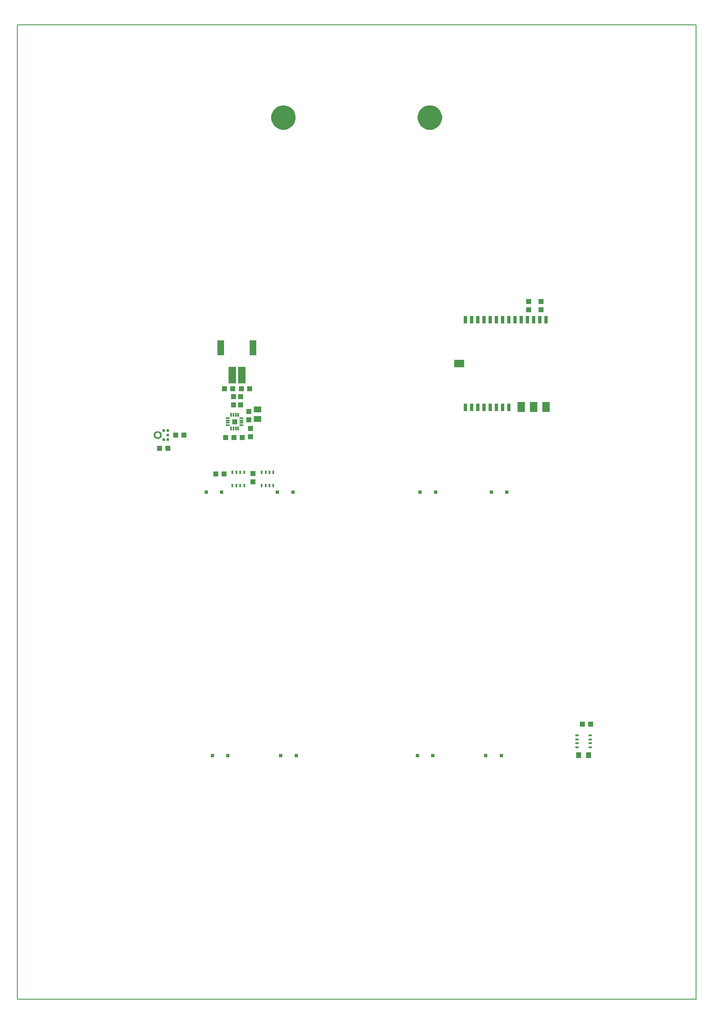
<source format=gtp>
G04*
G04 #@! TF.GenerationSoftware,Altium Limited,Altium Designer,24.6.1 (21)*
G04*
G04 Layer_Color=8421504*
%FSLAX25Y25*%
%MOIN*%
G70*
G04*
G04 #@! TF.SameCoordinates,269ACDC0-BD63-434F-830D-C2092A911B3E*
G04*
G04*
G04 #@! TF.FilePolarity,Positive*
G04*
G01*
G75*
%ADD10C,0.00591*%
%ADD11C,0.01181*%
%ADD12R,0.03937X0.05118*%
%ADD13R,0.03937X0.04331*%
%ADD14R,0.04331X0.04331*%
%ADD15O,0.03543X0.01181*%
%ADD16O,0.03740X0.01181*%
%ADD17O,0.01181X0.03543*%
%ADD18O,0.01181X0.03740*%
%ADD19R,0.05512X0.12205*%
%ADD20R,0.05906X0.13386*%
%ADD21R,0.04331X0.03937*%
%ADD22R,0.02055X0.02362*%
%ADD23C,0.01181*%
%ADD24R,0.02638X0.02598*%
%ADD25R,0.03150X0.01772*%
%ADD26R,0.03150X0.05906*%
%ADD27R,0.05906X0.07874*%
%ADD28R,0.07874X0.05906*%
%ADD29R,0.01772X0.03150*%
%ADD30R,0.05906X0.05118*%
G36*
X-59055Y305118D02*
X-58086D01*
X-56184Y305496D01*
X-54393Y306238D01*
X-52781Y307315D01*
X-51410Y308686D01*
X-50333Y310298D01*
X-49591Y312090D01*
X-49213Y313991D01*
Y314961D01*
Y315930D01*
X-49591Y317832D01*
X-50333Y319623D01*
X-51410Y321235D01*
X-52781Y322606D01*
X-54393Y323683D01*
X-56184Y324425D01*
X-58086Y324803D01*
X-59055D01*
X-60024D01*
X-61926Y324425D01*
X-63717Y323683D01*
X-65329Y322606D01*
X-66700Y321235D01*
X-67777Y319623D01*
X-68519Y317832D01*
X-68898Y315930D01*
Y314961D01*
Y313991D01*
X-68519Y312090D01*
X-67777Y310298D01*
X-66700Y308686D01*
X-65329Y307315D01*
X-63717Y306238D01*
X-61926Y305496D01*
X-60024Y305118D01*
X-59055D01*
D01*
D02*
G37*
G36*
X59055D02*
X60024D01*
X61926Y305496D01*
X63717Y306238D01*
X65329Y307315D01*
X66700Y308686D01*
X67777Y310298D01*
X68519Y312090D01*
X68898Y313991D01*
Y314961D01*
Y315930D01*
X68519Y317832D01*
X67777Y319623D01*
X66700Y321235D01*
X65329Y322606D01*
X63717Y323683D01*
X61926Y324425D01*
X60024Y324803D01*
X59055D01*
X58086D01*
X56184Y324425D01*
X54393Y323683D01*
X52781Y322606D01*
X51410Y321235D01*
X50333Y319623D01*
X49591Y317832D01*
X49213Y315930D01*
Y314961D01*
Y313991D01*
X49591Y312090D01*
X50333Y310298D01*
X51410Y308686D01*
X52781Y307315D01*
X54393Y306238D01*
X56184Y305496D01*
X58086Y305118D01*
X59055D01*
D01*
D02*
G37*
D10*
X-273620Y-395669D02*
X273620Y-395669D01*
Y-395669D02*
Y389764D01*
X-273620D02*
X273620Y389764D01*
X-273620Y-395669D02*
Y389764D01*
D11*
X-157825Y59055D02*
G03*
X-157825Y59055I-2608J0D01*
G01*
D12*
X178937Y-198819D02*
D03*
X187205D02*
D03*
D13*
X-85630Y57678D02*
D03*
Y64370D02*
D03*
X148622Y166732D02*
D03*
X148622Y160039D02*
D03*
X138780Y166732D02*
D03*
X138780Y160039D02*
D03*
X-83662Y27953D02*
D03*
X-83662Y21260D02*
D03*
X-86956Y71509D02*
D03*
X-86956Y78202D02*
D03*
X-93504Y89961D02*
D03*
Y83268D02*
D03*
X-99410Y89961D02*
D03*
X-99410Y83268D02*
D03*
D14*
X-98425Y69882D02*
D03*
D15*
X-103937Y66929D02*
D03*
Y72835D02*
D03*
X-92913D02*
D03*
Y66929D02*
D03*
D16*
X-103839Y68898D02*
D03*
Y70866D02*
D03*
X-93012D02*
D03*
Y68898D02*
D03*
D17*
X-101378Y75394D02*
D03*
X-95473D02*
D03*
Y64370D02*
D03*
X-101378D02*
D03*
D18*
X-99410Y75295D02*
D03*
X-97441D02*
D03*
Y64468D02*
D03*
X-99410D02*
D03*
D19*
X-83465Y129527D02*
D03*
X-109449Y129527D02*
D03*
D20*
X-92520Y107283D02*
D03*
X-100394D02*
D03*
D21*
X-152165Y48229D02*
D03*
X-158858D02*
D03*
X-146063Y59055D02*
D03*
X-139370Y59055D02*
D03*
X188780Y-174015D02*
D03*
X182087Y-174015D02*
D03*
X-106889Y27559D02*
D03*
X-113582Y27559D02*
D03*
X-98819Y57087D02*
D03*
X-92126D02*
D03*
X-99016Y57086D02*
D03*
X-105709D02*
D03*
X-100000Y96457D02*
D03*
X-106693Y96457D02*
D03*
X-92914Y96456D02*
D03*
X-86221D02*
D03*
D22*
X-155504Y55512D02*
D03*
X-152268D02*
D03*
X-152268Y59055D02*
D03*
X-155504Y62598D02*
D03*
X-152268D02*
D03*
D23*
X-163041Y59055D02*
D03*
D24*
X-103878Y-199445D02*
D03*
X-116358D02*
D03*
X-48760D02*
D03*
X-61240D02*
D03*
X61476D02*
D03*
X48996D02*
D03*
X116634D02*
D03*
X104154D02*
D03*
X-121319Y12956D02*
D03*
X-108839Y12956D02*
D03*
X-63839D02*
D03*
X-51358D02*
D03*
X108642D02*
D03*
X121122D02*
D03*
X51161D02*
D03*
X63642D02*
D03*
D25*
X177756Y-183071D02*
D03*
X177756Y-186221D02*
D03*
Y-189370D02*
D03*
X177756Y-192520D02*
D03*
X188386Y-183071D02*
D03*
Y-186221D02*
D03*
Y-189370D02*
D03*
Y-192520D02*
D03*
D26*
X152559Y152087D02*
D03*
X92559Y81299D02*
D03*
X97559D02*
D03*
X102559D02*
D03*
X107559D02*
D03*
X112559D02*
D03*
X117559D02*
D03*
X122559D02*
D03*
X147559Y152087D02*
D03*
X142559D02*
D03*
X137559D02*
D03*
X132559D02*
D03*
X127559D02*
D03*
X122559D02*
D03*
X117559D02*
D03*
X112559D02*
D03*
X107559D02*
D03*
X102559D02*
D03*
X92559D02*
D03*
X87559D02*
D03*
X97559D02*
D03*
X87559Y81299D02*
D03*
D27*
X132559Y81693D02*
D03*
X142559D02*
D03*
X152559D02*
D03*
D28*
X82559Y116693D02*
D03*
D29*
X-76575Y18307D02*
D03*
X-73425Y18307D02*
D03*
X-70276D02*
D03*
X-67126Y18307D02*
D03*
X-76575Y28937D02*
D03*
X-73425D02*
D03*
X-70276D02*
D03*
X-67126D02*
D03*
X-100197Y18307D02*
D03*
X-97047D02*
D03*
X-93898Y18307D02*
D03*
X-90748D02*
D03*
X-100197Y28937D02*
D03*
X-97047D02*
D03*
X-93898D02*
D03*
X-90748Y28937D02*
D03*
D30*
X-80067Y79580D02*
D03*
Y72100D02*
D03*
M02*

</source>
